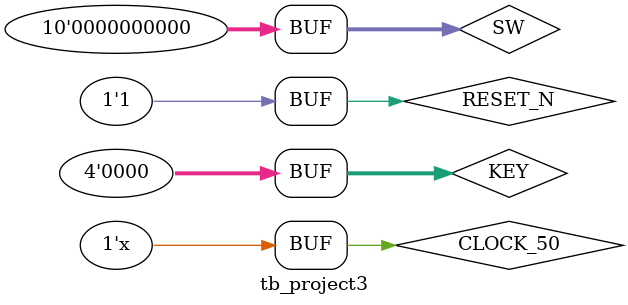
<source format=v>
`timescale 1ns/1ps

module tb_project3();

reg CLOCK_50;
reg RESET_N;
reg [3:0] KEY;
reg [9:0] SW;

wire [6:0] HEX0;
wire [6:0] HEX1;
wire [6:0] HEX2;
wire [6:0] HEX3;
wire [6:0] HEX4;
wire [6:0] HEX5;
wire [9:0] LEDR;

project3_frame myprj(
	.CLOCK_50(CLOCK_50),
	.RESET_N(RESET_N),
	.KEY(KEY),
	.SW(SW),
	.HEX0(HEX0),
	.HEX1(HEX1),
	.HEX2(HEX2),
	.HEX3(HEX3),
	.HEX4(HEX4),
	.HEX5(HEX5),
	.LEDR(LEDR)
);

initial begin	
	CLOCK_50 = 0;
	RESET_N = 0;
	KEY = 4'h0;
	SW = 10'h0;
	#2 RESET_N = 1;
	#96 SW[0] = 1;
	#2	SW[0] = 0;
end

always #1 CLOCK_50 = ~CLOCK_50;

endmodule

</source>
